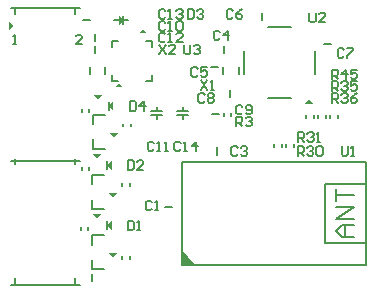
<source format=gbr>
%TF.GenerationSoftware,Altium Limited,Altium Designer,23.9.2 (47)*%
G04 Layer_Color=65535*
%FSLAX45Y45*%
%MOMM*%
%TF.SameCoordinates,AC4A3DE0-5486-420A-B1FF-1F5B93080124*%
%TF.FilePolarity,Positive*%
%TF.FileFunction,Legend,Top*%
%TF.Part,Single*%
G01*
G75*
%TA.AperFunction,NonConductor*%
%ADD26C,0.15000*%
%ADD34C,0.20000*%
G36*
X970032Y2380268D02*
X928032Y2340268D01*
Y2420268D01*
X970032Y2380268D01*
D02*
G37*
G36*
X40000Y2326000D02*
X0Y2293842D01*
Y2358157D01*
X40000Y2326000D01*
D02*
G37*
G36*
X1167157Y2266411D02*
X1102843D01*
X1135000Y2305000D01*
X1167157Y2266411D01*
D02*
G37*
G36*
X966079Y1810706D02*
X901764D01*
X933921Y1849294D01*
X966079Y1810706D01*
D02*
G37*
G36*
X753921Y1708995D02*
X721764Y1747584D01*
X786078D01*
X753921Y1708995D01*
D02*
G37*
G36*
X2573237Y1670706D02*
X2508922D01*
X2541079Y1709294D01*
X2573237Y1670706D01*
D02*
G37*
G36*
X885000Y1613289D02*
X840000Y1653289D01*
X885000Y1693289D01*
Y1613289D01*
D02*
G37*
G36*
X891079Y1383995D02*
X858921Y1422584D01*
X923236D01*
X891079Y1383995D01*
D02*
G37*
G36*
X743921Y1208995D02*
X711764Y1247584D01*
X776078D01*
X743921Y1208995D01*
D02*
G37*
G36*
X875000Y1113289D02*
X830000Y1153289D01*
X875000Y1193289D01*
Y1113289D01*
D02*
G37*
G36*
X881079Y873995D02*
X848921Y912584D01*
X913236D01*
X881079Y873995D01*
D02*
G37*
G36*
X743921Y698995D02*
X711764Y737583D01*
X776078D01*
X743921Y698995D01*
D02*
G37*
G36*
X875000Y603289D02*
X830000Y643289D01*
X875000Y683289D01*
Y603289D01*
D02*
G37*
G36*
X881079Y363995D02*
X848921Y402584D01*
X913236D01*
X881079Y363995D01*
D02*
G37*
G36*
X1570000Y305000D02*
X1470000D01*
Y405000D01*
X1570000Y305000D01*
D02*
G37*
D26*
X685000Y1920000D02*
Y1980000D01*
X815000Y1920000D02*
Y1980000D01*
X1945000Y1920000D02*
Y1980000D01*
X1815000Y1920000D02*
Y1980000D01*
X870000Y2150000D02*
Y2200000D01*
X920000D01*
X1160000D02*
X1210000D01*
Y2150000D02*
Y2200000D01*
X1160000Y1860000D02*
X1210000D01*
Y1910000D01*
X870000Y1860000D02*
X920000D01*
X870000D02*
Y1910000D01*
X2590000Y1920000D02*
Y2120000D01*
X1990000Y1920000D02*
Y2120000D01*
X2190000Y1720000D02*
X2390000D01*
X2190000Y2320000D02*
X2390000D01*
X1470000Y405000D02*
X1570000Y305000D01*
X2680000Y490000D02*
X3015000D01*
X2680000D02*
Y990000D01*
X3020000D01*
Y305000D02*
Y1175000D01*
X1465000D02*
X3020000D01*
X1465000Y305000D02*
X3020000D01*
X1465000D02*
Y1175000D01*
X715000Y1578289D02*
X815000D01*
X715000Y1498289D02*
Y1578289D01*
Y1288289D02*
X815000D01*
X715000D02*
Y1368289D01*
X705000Y1068289D02*
X805000D01*
X705000Y988289D02*
Y1068289D01*
Y778289D02*
X805000D01*
X705000D02*
Y858289D01*
Y558289D02*
X805000D01*
X705000Y478289D02*
Y558289D01*
Y268289D02*
X805000D01*
X705000D02*
Y348289D01*
X618000Y1601289D02*
Y1625289D01*
X682000Y1601289D02*
Y1625289D01*
X2518000Y1548000D02*
Y1572000D01*
X2582000Y1548000D02*
Y1572000D01*
X2718000Y1548000D02*
Y1572000D01*
X2782000Y1548000D02*
Y1572000D01*
X2618000Y1548000D02*
Y1572000D01*
X2682000Y1548000D02*
Y1572000D01*
X2248000Y1308000D02*
Y1332000D01*
X2312000Y1308000D02*
Y1332000D01*
X2348000Y1308000D02*
Y1332000D01*
X2412000Y1308000D02*
Y1332000D01*
X1032000Y1478000D02*
Y1502000D01*
X968000Y1478000D02*
Y1502000D01*
X1022000Y978000D02*
Y1002000D01*
X958000Y978000D02*
Y1002000D01*
X618000Y1111289D02*
Y1135289D01*
X682000Y1111289D02*
Y1135289D01*
X1818000Y1568000D02*
Y1592000D01*
X1882000Y1568000D02*
Y1592000D01*
X1022000Y358000D02*
Y382000D01*
X958000Y358000D02*
Y382000D01*
X608000Y601289D02*
Y625289D01*
X672000Y601289D02*
Y625289D01*
X843000Y1618289D02*
Y1688289D01*
X967032Y2345268D02*
Y2415268D01*
X979894Y2380000D02*
X1010000D01*
X939894D02*
X979894D01*
X890000D02*
X939894D01*
X833000Y1118289D02*
Y1188289D01*
Y608289D02*
Y678289D01*
X1420000Y1605000D02*
X1520000D01*
X1420000Y1575000D02*
X1520000D01*
X1469927Y1540000D02*
Y1575000D01*
Y1640000D02*
X1470000Y1605000D01*
X630000Y2380000D02*
X690000D01*
X730000Y2100000D02*
Y2160000D01*
X1200000Y1605000D02*
X1300000D01*
X1200000Y1575000D02*
X1300000D01*
X1249927Y1540000D02*
Y1575000D01*
Y1640000D02*
X1250000Y1605000D01*
X730000Y2200000D02*
Y2260000D01*
X1720001Y1580000D02*
X1780001D01*
X1870000Y1730000D02*
Y1790000D01*
X2670000Y2180000D02*
X2730000D01*
X2140000Y2380000D02*
Y2440000D01*
X1710000Y1980000D02*
X1770000D01*
X1820002Y2100001D02*
Y2160001D01*
X1760000Y1240000D02*
Y1300000D01*
X700000Y170000D02*
Y230000D01*
X1320000Y800000D02*
X1380000D01*
X618316Y2175000D02*
X565000D01*
X618316Y2228316D01*
Y2241645D01*
X604987Y2254974D01*
X578329D01*
X565000Y2241645D01*
X35000Y2175000D02*
X61658D01*
X48329D01*
Y2254974D01*
X35000Y2241645D01*
X2543355Y2439987D02*
Y2373342D01*
X2556684Y2360013D01*
X2583342D01*
X2596671Y2373342D01*
Y2439987D01*
X2676645Y2360013D02*
X2623329D01*
X2676645Y2413329D01*
Y2426658D01*
X2663316Y2439987D01*
X2636658D01*
X2623329Y2426658D01*
X1273355Y2169987D02*
X1326671Y2090013D01*
Y2169987D02*
X1273355Y2090013D01*
X1406645D02*
X1353329D01*
X1406645Y2143329D01*
Y2156658D01*
X1393316Y2169987D01*
X1366658D01*
X1353329Y2156658D01*
X1626684Y1869987D02*
X1680000Y1790013D01*
Y1869987D02*
X1626684Y1790013D01*
X1706658D02*
X1733316D01*
X1719987D01*
Y1869987D01*
X1706658Y1856658D01*
X1483355Y2169987D02*
Y2103342D01*
X1496684Y2090013D01*
X1523342D01*
X1536671Y2103342D01*
Y2169987D01*
X1563329Y2156658D02*
X1576658Y2169987D01*
X1603316D01*
X1616645Y2156658D01*
Y2143329D01*
X1603316Y2130000D01*
X1589987D01*
X1603316D01*
X1616645Y2116671D01*
Y2103342D01*
X1603316Y2090013D01*
X1576658D01*
X1563329Y2103342D01*
X2733368Y1880013D02*
Y1959987D01*
X2773355D01*
X2786684Y1946658D01*
Y1920000D01*
X2773355Y1906671D01*
X2733368D01*
X2760026D02*
X2786684Y1880013D01*
X2853329D02*
Y1959987D01*
X2813342Y1920000D01*
X2866658D01*
X2946632Y1959987D02*
X2893316D01*
Y1920000D01*
X2919974Y1933329D01*
X2933303D01*
X2946632Y1920000D01*
Y1893342D01*
X2933303Y1880013D01*
X2906645D01*
X2893316Y1893342D01*
X2733368Y1680013D02*
Y1759987D01*
X2773355D01*
X2786684Y1746658D01*
Y1720000D01*
X2773355Y1706671D01*
X2733368D01*
X2760026D02*
X2786684Y1680013D01*
X2813342Y1746658D02*
X2826671Y1759987D01*
X2853329D01*
X2866658Y1746658D01*
Y1733329D01*
X2853329Y1720000D01*
X2840000D01*
X2853329D01*
X2866658Y1706671D01*
Y1693342D01*
X2853329Y1680013D01*
X2826671D01*
X2813342Y1693342D01*
X2946632Y1759987D02*
X2919974Y1746658D01*
X2893316Y1720000D01*
Y1693342D01*
X2906645Y1680013D01*
X2933303D01*
X2946632Y1693342D01*
Y1706671D01*
X2933303Y1720000D01*
X2893316D01*
X2733368Y1780013D02*
Y1859987D01*
X2773355D01*
X2786684Y1846658D01*
Y1820000D01*
X2773355Y1806671D01*
X2733368D01*
X2760026D02*
X2786684Y1780013D01*
X2813342Y1846658D02*
X2826671Y1859987D01*
X2853329D01*
X2866658Y1846658D01*
Y1833329D01*
X2853329Y1820000D01*
X2840000D01*
X2853329D01*
X2866658Y1806671D01*
Y1793342D01*
X2853329Y1780013D01*
X2826671D01*
X2813342Y1793342D01*
X2946632Y1859987D02*
X2893316D01*
Y1820000D01*
X2919974Y1833329D01*
X2933303D01*
X2946632Y1820000D01*
Y1793342D01*
X2933303Y1780013D01*
X2906645D01*
X2893316Y1793342D01*
X2446697Y1350013D02*
Y1429987D01*
X2486684D01*
X2500013Y1416658D01*
Y1390000D01*
X2486684Y1376671D01*
X2446697D01*
X2473355D02*
X2500013Y1350013D01*
X2526671Y1416658D02*
X2540000Y1429987D01*
X2566658D01*
X2579987Y1416658D01*
Y1403329D01*
X2566658Y1390000D01*
X2553329D01*
X2566658D01*
X2579987Y1376671D01*
Y1363342D01*
X2566658Y1350013D01*
X2540000D01*
X2526671Y1363342D01*
X2606645Y1350013D02*
X2633303D01*
X2619974D01*
Y1429987D01*
X2606645Y1416658D01*
X2443368Y1230013D02*
Y1309987D01*
X2483355D01*
X2496684Y1296658D01*
Y1270000D01*
X2483355Y1256671D01*
X2443368D01*
X2470026D02*
X2496684Y1230013D01*
X2523342Y1296658D02*
X2536671Y1309987D01*
X2563329D01*
X2576658Y1296658D01*
Y1283329D01*
X2563329Y1270000D01*
X2550000D01*
X2563329D01*
X2576658Y1256671D01*
Y1243342D01*
X2563329Y1230013D01*
X2536671D01*
X2523342Y1243342D01*
X2603316Y1296658D02*
X2616645Y1309987D01*
X2643303D01*
X2656632Y1296658D01*
Y1243342D01*
X2643303Y1230013D01*
X2616645D01*
X2603316Y1243342D01*
Y1296658D01*
X1023355Y1689987D02*
Y1610013D01*
X1063342D01*
X1076671Y1623342D01*
Y1676658D01*
X1063342Y1689987D01*
X1023355D01*
X1143316Y1610013D02*
Y1689987D01*
X1103329Y1650000D01*
X1156645D01*
X1453348Y1336658D02*
X1440019Y1349987D01*
X1413361D01*
X1400032Y1336658D01*
Y1283342D01*
X1413361Y1270013D01*
X1440019D01*
X1453348Y1283342D01*
X1480006Y1270013D02*
X1506664D01*
X1493336D01*
Y1349987D01*
X1480006Y1336658D01*
X1586639Y1270013D02*
Y1349987D01*
X1546652Y1310000D01*
X1599968D01*
X1323348Y2456658D02*
X1310019Y2469987D01*
X1283361D01*
X1270032Y2456658D01*
Y2403342D01*
X1283361Y2390013D01*
X1310019D01*
X1323348Y2403342D01*
X1350006Y2390013D02*
X1376665D01*
X1363336D01*
Y2469987D01*
X1350006Y2456658D01*
X1416652D02*
X1429981Y2469987D01*
X1456639D01*
X1469968Y2456658D01*
Y2443329D01*
X1456639Y2430000D01*
X1443310D01*
X1456639D01*
X1469968Y2416671D01*
Y2403342D01*
X1456639Y2390013D01*
X1429981D01*
X1416652Y2403342D01*
X1323348Y2256658D02*
X1310019Y2269987D01*
X1283361D01*
X1270032Y2256658D01*
Y2203342D01*
X1283361Y2190013D01*
X1310019D01*
X1323348Y2203342D01*
X1350006Y2190013D02*
X1376665D01*
X1363336D01*
Y2269987D01*
X1350006Y2256658D01*
X1469968Y2190013D02*
X1416652D01*
X1469968Y2243329D01*
Y2256658D01*
X1456639Y2269987D01*
X1429981D01*
X1416652Y2256658D01*
X1226678Y1336658D02*
X1213349Y1349987D01*
X1186691D01*
X1173361Y1336658D01*
Y1283342D01*
X1186691Y1270013D01*
X1213349D01*
X1226678Y1283342D01*
X1253336Y1270013D02*
X1279994D01*
X1266665D01*
Y1349987D01*
X1253336Y1336658D01*
X1319981Y1270013D02*
X1346639D01*
X1333310D01*
Y1349987D01*
X1319981Y1336658D01*
X1323348Y2356658D02*
X1310019Y2369987D01*
X1283361D01*
X1270032Y2356658D01*
Y2303342D01*
X1283361Y2290013D01*
X1310019D01*
X1323348Y2303342D01*
X1350006Y2290013D02*
X1376665D01*
X1363336D01*
Y2369987D01*
X1350006Y2356658D01*
X1416652D02*
X1429981Y2369987D01*
X1456639D01*
X1469968Y2356658D01*
Y2303342D01*
X1456639Y2290013D01*
X1429981D01*
X1416652Y2303342D01*
Y2356658D01*
X1976671Y1646658D02*
X1963342Y1659987D01*
X1936684D01*
X1923355Y1646658D01*
Y1593342D01*
X1936684Y1580013D01*
X1963342D01*
X1976671Y1593342D01*
X2003329D02*
X2016658Y1580013D01*
X2043316D01*
X2056645Y1593342D01*
Y1646658D01*
X2043316Y1659987D01*
X2016658D01*
X2003329Y1646658D01*
Y1633329D01*
X2016658Y1620000D01*
X2056645D01*
X1656671Y1746658D02*
X1643342Y1759987D01*
X1616684D01*
X1603355Y1746658D01*
Y1693342D01*
X1616684Y1680013D01*
X1643342D01*
X1656671Y1693342D01*
X1683329Y1746658D02*
X1696658Y1759987D01*
X1723316D01*
X1736645Y1746658D01*
Y1733329D01*
X1723316Y1720000D01*
X1736645Y1706671D01*
Y1693342D01*
X1723316Y1680013D01*
X1696658D01*
X1683329Y1693342D01*
Y1706671D01*
X1696658Y1720000D01*
X1683329Y1733329D01*
Y1746658D01*
X1696658Y1720000D02*
X1723316D01*
X2836671Y2126658D02*
X2823342Y2139987D01*
X2796684D01*
X2783355Y2126658D01*
Y2073342D01*
X2796684Y2060013D01*
X2823342D01*
X2836671Y2073342D01*
X2863329Y2139987D02*
X2916645D01*
Y2126658D01*
X2863329Y2073342D01*
Y2060013D01*
X1896671Y2456658D02*
X1883342Y2469987D01*
X1856684D01*
X1843355Y2456658D01*
Y2403342D01*
X1856684Y2390013D01*
X1883342D01*
X1896671Y2403342D01*
X1976645Y2469987D02*
X1949987Y2456658D01*
X1923329Y2430000D01*
Y2403342D01*
X1936658Y2390013D01*
X1963316D01*
X1976645Y2403342D01*
Y2416671D01*
X1963316Y2430000D01*
X1923329D01*
X1596671Y1966658D02*
X1583342Y1979987D01*
X1556684D01*
X1543355Y1966658D01*
Y1913342D01*
X1556684Y1900013D01*
X1583342D01*
X1596671Y1913342D01*
X1676645Y1979987D02*
X1623329D01*
Y1940000D01*
X1649987Y1953329D01*
X1663316D01*
X1676645Y1940000D01*
Y1913342D01*
X1663316Y1900013D01*
X1636658D01*
X1623329Y1913342D01*
X1786671Y2276658D02*
X1773342Y2289987D01*
X1746684D01*
X1733355Y2276658D01*
Y2223342D01*
X1746684Y2210013D01*
X1773342D01*
X1786671Y2223342D01*
X1853316Y2210013D02*
Y2289987D01*
X1813329Y2250000D01*
X1866645D01*
X1513355Y2469987D02*
Y2390013D01*
X1553342D01*
X1566671Y2403342D01*
Y2456658D01*
X1553342Y2469987D01*
X1513355D01*
X1593329Y2456658D02*
X1606658Y2469987D01*
X1633316D01*
X1646645Y2456658D01*
Y2443329D01*
X1633316Y2430000D01*
X1619987D01*
X1633316D01*
X1646645Y2416671D01*
Y2403342D01*
X1633316Y2390013D01*
X1606658D01*
X1593329Y2403342D01*
X1005000Y1189987D02*
Y1110013D01*
X1044987D01*
X1058316Y1123342D01*
Y1176658D01*
X1044987Y1189987D01*
X1005000D01*
X1138290Y1110013D02*
X1084974D01*
X1138290Y1163329D01*
Y1176658D01*
X1124961Y1189987D01*
X1098303D01*
X1084974Y1176658D01*
X1923355Y1480013D02*
Y1559987D01*
X1963342D01*
X1976671Y1546658D01*
Y1520000D01*
X1963342Y1506671D01*
X1923355D01*
X1950013D02*
X1976671Y1480013D01*
X2003329Y1546658D02*
X2016658Y1559987D01*
X2043316D01*
X2056645Y1546658D01*
Y1533329D01*
X2043316Y1520000D01*
X2029987D01*
X2043316D01*
X2056645Y1506671D01*
Y1493342D01*
X2043316Y1480013D01*
X2016658D01*
X2003329Y1493342D01*
X1936671Y1296658D02*
X1923342Y1309987D01*
X1896684D01*
X1883355Y1296658D01*
Y1243342D01*
X1896684Y1230013D01*
X1923342D01*
X1936671Y1243342D01*
X1963329Y1296658D02*
X1976658Y1309987D01*
X2003316D01*
X2016645Y1296658D01*
Y1283329D01*
X2003316Y1270000D01*
X1989987D01*
X2003316D01*
X2016645Y1256671D01*
Y1243342D01*
X2003316Y1230013D01*
X1976658D01*
X1963329Y1243342D01*
X2816684Y1309987D02*
Y1243342D01*
X2830013Y1230013D01*
X2856671D01*
X2870000Y1243342D01*
Y1309987D01*
X2896658Y1230013D02*
X2923316D01*
X2909987D01*
Y1309987D01*
X2896658Y1296658D01*
X1005000Y679987D02*
Y600013D01*
X1044987D01*
X1058316Y613342D01*
Y666658D01*
X1044987Y679987D01*
X1005000D01*
X1084974Y600013D02*
X1111632D01*
X1098303D01*
Y679987D01*
X1084974Y666658D01*
X1210000Y836658D02*
X1196671Y849987D01*
X1170013D01*
X1156684Y836658D01*
Y783342D01*
X1170013Y770013D01*
X1196671D01*
X1210000Y783342D01*
X1236658Y770013D02*
X1263316D01*
X1249987D01*
Y849987D01*
X1236658Y836658D01*
D34*
X15000Y137000D02*
X600000D01*
X560000Y141000D02*
Y191000D01*
X55000Y141000D02*
Y191000D01*
Y1161000D02*
Y1206000D01*
X560000Y1161000D02*
Y1206000D01*
X25000Y1183000D02*
X590000D01*
X560000Y1161000D02*
Y1206000D01*
X55000Y1161000D02*
Y1206000D01*
X15000Y1183000D02*
X600000D01*
X560000Y2426000D02*
Y2476000D01*
X15000Y2478000D02*
X600000D01*
X55000Y2426000D02*
Y2476000D01*
X2920000Y540000D02*
X2818433D01*
X2767650Y590783D01*
X2818433Y641567D01*
X2920000D01*
X2843825D01*
Y540000D01*
X2920000Y692350D02*
X2767650D01*
X2920000Y793918D01*
X2767650D01*
Y844701D02*
Y946268D01*
Y895485D01*
X2920000D01*
%TF.MD5,675360399ba4f7633b426efe69dc88e0*%
M02*

</source>
